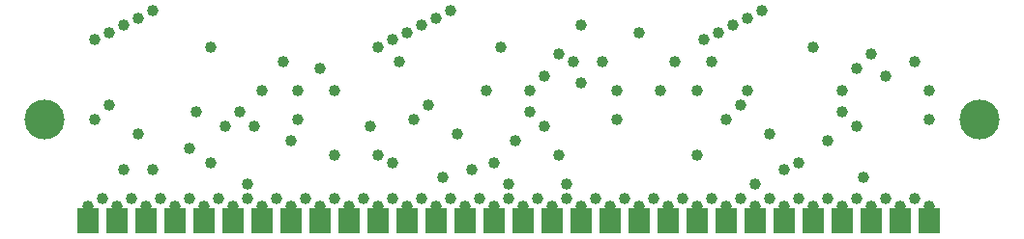
<source format=gbr>
G04 EAGLE Gerber RS-274X export*
G75*
%MOMM*%
%FSLAX34Y34*%
%LPD*%
%INSoldermask Top*%
%IPPOS*%
%AMOC8*
5,1,8,0,0,1.08239X$1,22.5*%
G01*
%ADD10R,1.981200X2.235200*%
%ADD11C,3.505200*%
%ADD12C,1.009600*%


D10*
X812800Y12700D03*
X787400Y12700D03*
X762000Y12700D03*
X736600Y12700D03*
X711200Y12700D03*
X685800Y12700D03*
X660400Y12700D03*
X635000Y12700D03*
X609600Y12700D03*
X584200Y12700D03*
X558800Y12700D03*
X533400Y12700D03*
X508000Y12700D03*
X482600Y12700D03*
X457200Y12700D03*
X431800Y12700D03*
X406400Y12700D03*
X381000Y12700D03*
X355600Y12700D03*
X330200Y12700D03*
X304800Y12700D03*
X279400Y12700D03*
X254000Y12700D03*
X228600Y12700D03*
X203200Y12700D03*
X177800Y12700D03*
X152400Y12700D03*
X127000Y12700D03*
X101600Y12700D03*
X76200Y12700D03*
D11*
X38100Y101600D03*
X857250Y101600D03*
D12*
X609600Y25400D03*
X279400Y25400D03*
X736600Y127000D03*
X539750Y127000D03*
X260350Y127000D03*
X609600Y127000D03*
X463550Y127000D03*
X812800Y127000D03*
X190500Y31750D03*
X469900Y31750D03*
X571500Y31750D03*
X596900Y31750D03*
X673100Y31750D03*
X774700Y31750D03*
X800100Y31750D03*
X139700Y31750D03*
X165100Y31750D03*
X495300Y31750D03*
X425450Y127000D03*
X527050Y152400D03*
X622300Y152400D03*
X723900Y31750D03*
X647700Y31750D03*
X88900Y31750D03*
X215900Y31750D03*
X241300Y31750D03*
X317500Y31750D03*
X342900Y31750D03*
X368300Y31750D03*
X393700Y31750D03*
X546100Y31750D03*
X654050Y127000D03*
X749300Y31750D03*
X622300Y31750D03*
X444500Y31750D03*
X419100Y31750D03*
X520700Y31750D03*
X266700Y31750D03*
X292100Y31750D03*
X698500Y31750D03*
X114300Y31750D03*
X349250Y152400D03*
X247650Y152400D03*
X165100Y76200D03*
X196850Y95250D03*
X800100Y152400D03*
X292100Y127000D03*
X577850Y127000D03*
X292100Y69850D03*
X609600Y69850D03*
X812800Y25400D03*
X76200Y25400D03*
X82550Y101600D03*
X260350Y101600D03*
X635000Y101600D03*
X539750Y101600D03*
X812800Y101600D03*
X361950Y101600D03*
X787400Y25400D03*
X749300Y146050D03*
X476250Y139700D03*
X762000Y25400D03*
X736600Y25400D03*
X685800Y57150D03*
X412750Y57150D03*
X133350Y57150D03*
X711200Y25400D03*
X673100Y88900D03*
X400050Y88900D03*
X120650Y88900D03*
X685800Y25400D03*
X755650Y50800D03*
X660400Y25400D03*
X660400Y44450D03*
X387350Y50800D03*
X107950Y57150D03*
X635000Y25400D03*
X95250Y114300D03*
X374650Y114300D03*
X647700Y114300D03*
X584200Y25400D03*
X762000Y158750D03*
X590550Y152400D03*
X558800Y25400D03*
X82550Y171450D03*
X342900Y171450D03*
X615950Y171450D03*
X533400Y25400D03*
X95250Y177800D03*
X355600Y177800D03*
X628650Y177800D03*
X558800Y177800D03*
X508000Y25400D03*
X774700Y139700D03*
X508000Y133350D03*
X482600Y25400D03*
X107950Y184150D03*
X368300Y184150D03*
X641350Y184150D03*
X508000Y184150D03*
X457200Y25400D03*
X120650Y190500D03*
X381000Y190500D03*
X654050Y190500D03*
X431800Y25400D03*
X495300Y44450D03*
X406400Y25400D03*
X133350Y196850D03*
X393700Y196850D03*
X666750Y196850D03*
X444500Y44450D03*
X381000Y25400D03*
X184150Y165100D03*
X438150Y165100D03*
X711200Y165100D03*
X330200Y165100D03*
X355600Y25400D03*
X698500Y63500D03*
X431800Y63500D03*
X184150Y63500D03*
X342900Y63500D03*
X330200Y25400D03*
X488950Y69850D03*
X330200Y69850D03*
X304800Y25400D03*
X749300Y95250D03*
X476250Y95250D03*
X222250Y95250D03*
X323850Y95250D03*
X254000Y25400D03*
X488950Y158750D03*
X279400Y146050D03*
X228600Y25400D03*
X254000Y82550D03*
X450850Y82550D03*
X723900Y82550D03*
X203200Y25400D03*
X501650Y152400D03*
X228600Y127000D03*
X177800Y25400D03*
X209550Y107950D03*
X736600Y107950D03*
X152400Y25400D03*
X171450Y107950D03*
X463550Y107950D03*
X127000Y25400D03*
X101600Y25400D03*
X215900Y44450D03*
M02*

</source>
